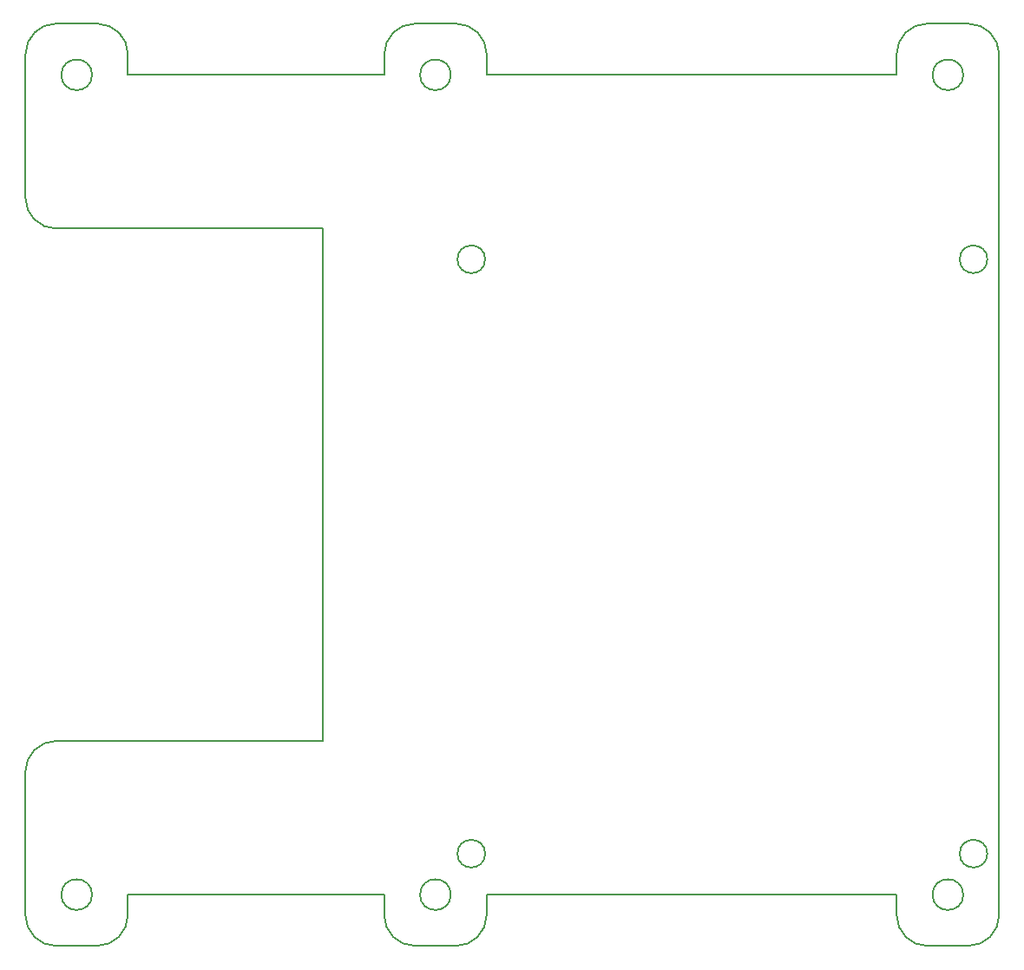
<source format=gbr>
%TF.GenerationSoftware,KiCad,Pcbnew,9.0.2*%
%TF.CreationDate,2025-11-23T17:01:27+09:00*%
%TF.ProjectId,Retriever1_mother,52657472-6965-4766-9572-315f6d6f7468,rev?*%
%TF.SameCoordinates,Original*%
%TF.FileFunction,Profile,NP*%
%FSLAX46Y46*%
G04 Gerber Fmt 4.6, Leading zero omitted, Abs format (unit mm)*
G04 Created by KiCad (PCBNEW 9.0.2) date 2025-11-23 17:01:27*
%MOMM*%
%LPD*%
G01*
G04 APERTURE LIST*
%TA.AperFunction,Profile*%
%ADD10C,0.200000*%
%TD*%
G04 APERTURE END LIST*
D10*
X42000000Y-120499999D02*
G75*
G02*
X39000000Y-120499999I-1500000J0D01*
G01*
X39000000Y-120499999D02*
G75*
G02*
X42000000Y-120499999I1500000J0D01*
G01*
X42499999Y-35499999D02*
X38500001Y-35499999D01*
X38500001Y-55499999D02*
X64500000Y-55499999D01*
X80500000Y-40499999D02*
X80500000Y-38500000D01*
X45500000Y-122499998D02*
X45500000Y-120499999D01*
X127000001Y-120499999D02*
G75*
G02*
X124000001Y-120499999I-1500000J0D01*
G01*
X124000001Y-120499999D02*
G75*
G02*
X127000001Y-120499999I1500000J0D01*
G01*
X80500000Y-122499998D02*
G75*
G02*
X77499998Y-125500000I-3000000J-2D01*
G01*
X120500000Y-38500000D02*
G75*
G02*
X123500001Y-35500000I3000000J0D01*
G01*
X80350000Y-116499999D02*
G75*
G02*
X77650000Y-116499999I-1350000J0D01*
G01*
X77650000Y-116499999D02*
G75*
G02*
X80350000Y-116499999I1350000J0D01*
G01*
X70500000Y-40499999D02*
X45500000Y-40499999D01*
X35500000Y-38500000D02*
G75*
G02*
X38500001Y-35500000I3000000J0D01*
G01*
X77499999Y-35499999D02*
X73500001Y-35499999D01*
X80500000Y-122499998D02*
X80500000Y-120499999D01*
X127000000Y-40499999D02*
G75*
G02*
X124000000Y-40499999I-1500000J0D01*
G01*
X124000000Y-40499999D02*
G75*
G02*
X127000000Y-40499999I1500000J0D01*
G01*
X123500001Y-125499999D02*
X127499999Y-125499999D01*
X42499999Y-35499999D02*
G75*
G02*
X45500001Y-38500000I1J-3000001D01*
G01*
X35500000Y-108500000D02*
G75*
G02*
X38500001Y-105500000I3000000J0D01*
G01*
X80350000Y-58499999D02*
G75*
G02*
X77650000Y-58499999I-1350000J0D01*
G01*
X77650000Y-58499999D02*
G75*
G02*
X80350000Y-58499999I1350000J0D01*
G01*
X120500000Y-38500000D02*
X120500000Y-40499999D01*
X38500001Y-125499999D02*
G75*
G02*
X35500001Y-122499998I-1J2999999D01*
G01*
X64500000Y-105499999D02*
X38500001Y-105499999D01*
X129350000Y-116499999D02*
G75*
G02*
X126650000Y-116499999I-1350000J0D01*
G01*
X126650000Y-116499999D02*
G75*
G02*
X129350000Y-116499999I1350000J0D01*
G01*
X77000000Y-40499999D02*
G75*
G02*
X74000000Y-40499999I-1500000J0D01*
G01*
X74000000Y-40499999D02*
G75*
G02*
X77000000Y-40499999I1500000J0D01*
G01*
X130500000Y-122499998D02*
X130500000Y-38500000D01*
X73500001Y-125499999D02*
X77499998Y-125499999D01*
X70500000Y-38500000D02*
G75*
G02*
X73500001Y-35500000I3000000J0D01*
G01*
X45500000Y-120499999D02*
X70500000Y-120499999D01*
X120500000Y-120499999D02*
X120500000Y-122499998D01*
X77499999Y-35499999D02*
G75*
G02*
X80500001Y-38500000I1J-3000001D01*
G01*
X70500000Y-38500000D02*
X70500000Y-40499999D01*
X127499999Y-35499999D02*
X123500001Y-35499999D01*
X35500000Y-108500000D02*
X35500000Y-122499998D01*
X35500000Y-38500000D02*
X35500000Y-52499998D01*
X123500001Y-125499999D02*
G75*
G02*
X120500001Y-122499998I-1J2999999D01*
G01*
X80500000Y-120499999D02*
X120500000Y-120499999D01*
X73500001Y-125499999D02*
G75*
G02*
X70500001Y-122499998I-1J2999999D01*
G01*
X64500000Y-55499999D02*
X64500000Y-105499999D01*
X45500000Y-122499998D02*
G75*
G02*
X42499998Y-125500000I-3000000J-2D01*
G01*
X38500001Y-55499999D02*
G75*
G02*
X35500001Y-52499998I-1J2999999D01*
G01*
X127499999Y-35499999D02*
G75*
G02*
X130500001Y-38500000I1J-3000001D01*
G01*
X70500000Y-120499999D02*
X70500000Y-122499998D01*
X45500000Y-40499999D02*
X45500000Y-38500000D01*
X38500001Y-125499999D02*
X42499998Y-125499999D01*
X77000000Y-120499999D02*
G75*
G02*
X74000000Y-120499999I-1500000J0D01*
G01*
X74000000Y-120499999D02*
G75*
G02*
X77000000Y-120499999I1500000J0D01*
G01*
X42000000Y-40499998D02*
G75*
G02*
X39000000Y-40499998I-1500000J0D01*
G01*
X39000000Y-40499998D02*
G75*
G02*
X42000000Y-40499998I1500000J0D01*
G01*
X130500000Y-122499998D02*
G75*
G02*
X127499999Y-125500000I-3000000J-2D01*
G01*
X120500000Y-40499999D02*
X80500000Y-40499999D01*
X129350000Y-58499999D02*
G75*
G02*
X126650000Y-58499999I-1350000J0D01*
G01*
X126650000Y-58499999D02*
G75*
G02*
X129350000Y-58499999I1350000J0D01*
G01*
M02*

</source>
